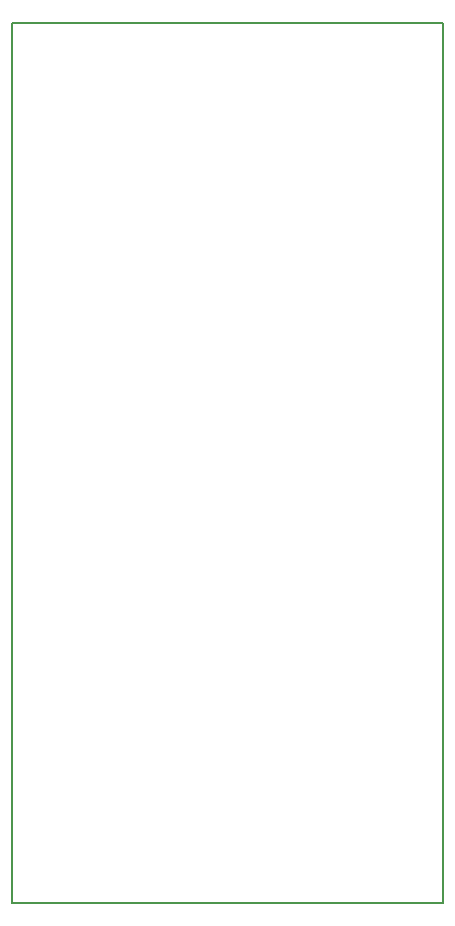
<source format=gbr>
%TF.GenerationSoftware,KiCad,Pcbnew,9.0.2*%
%TF.CreationDate,2025-06-15T15:12:46-06:00*%
%TF.ProjectId,Logic board magnetic sensor,4c6f6769-6320-4626-9f61-7264206d6167,rev?*%
%TF.SameCoordinates,Original*%
%TF.FileFunction,Profile,NP*%
%FSLAX46Y46*%
G04 Gerber Fmt 4.6, Leading zero omitted, Abs format (unit mm)*
G04 Created by KiCad (PCBNEW 9.0.2) date 2025-06-15 15:12:46*
%MOMM*%
%LPD*%
G01*
G04 APERTURE LIST*
%TA.AperFunction,Profile*%
%ADD10C,0.200000*%
%TD*%
G04 APERTURE END LIST*
D10*
X119750000Y-32750000D02*
X156250000Y-32750000D01*
X156250000Y-107250000D01*
X119750000Y-107250000D01*
X119750000Y-32750000D01*
M02*

</source>
